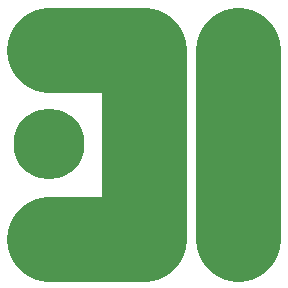
<source format=gbl>
%TF.GenerationSoftware,KiCad,Pcbnew,4.0.5-e0-6337~49~ubuntu16.04.1*%
%TF.CreationDate,2017-01-24T12:55:36-08:00*%
%TF.ProjectId,3x3-CR2032-Coin-Cell,3378332D4352323033322D436F696E2D,1.0*%
%TF.FileFunction,Copper,L2,Bot,Signal*%
%FSLAX46Y46*%
G04 Gerber Fmt 4.6, Leading zero omitted, Abs format (unit mm)*
G04 Created by KiCad (PCBNEW 4.0.5-e0-6337~49~ubuntu16.04.1) date Tue Jan 24 12:55:36 2017*
%MOMM*%
%LPD*%
G01*
G04 APERTURE LIST*
%ADD10C,0.350000*%
%ADD11C,7.200000*%
%ADD12C,6.000000*%
%ADD13C,0.350000*%
G04 APERTURE END LIST*
D10*
D11*
X145033000Y-90426000D02*
X145033000Y-106426000D01*
X137033000Y-90426000D02*
X145033000Y-90426000D01*
X137033000Y-106426000D02*
X145033000Y-106426000D01*
X153033000Y-106426000D02*
X153033000Y-90426000D01*
D12*
X145033000Y-98426000D03*
X137033000Y-98426000D03*
X153033000Y-98426000D03*
X137033000Y-90426000D03*
X145033000Y-90426000D03*
X153033000Y-90426000D03*
X137033000Y-106426000D03*
X145033000Y-106426000D03*
X153033000Y-106426000D03*
D13*
X145033000Y-98426000D03*
X137033000Y-98426000D03*
X153033000Y-98426000D03*
X137033000Y-90426000D03*
X145033000Y-90426000D03*
X153033000Y-90426000D03*
X137033000Y-106426000D03*
X145033000Y-106426000D03*
X153033000Y-106426000D03*
M02*

</source>
